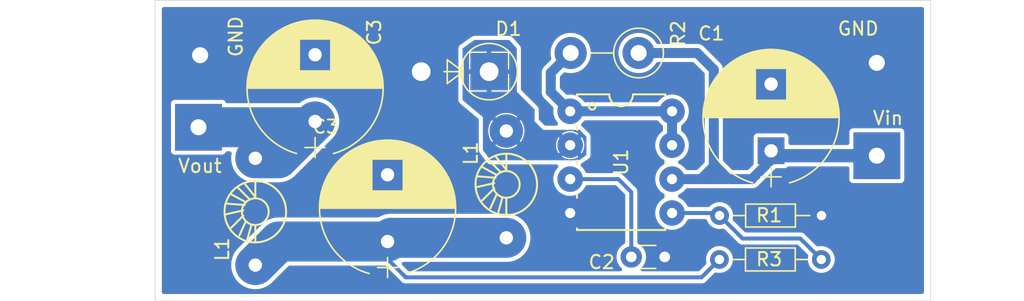
<source format=kicad_pcb>
(kicad_pcb (version 20211014) (generator pcbnew)
  (layers (0 "F.Cu" signal) (31 "B.Cu" signal) (34 "B.Paste" user) (35 "F.Paste" user) (36 "B.SilkS" user "B.Silkscreen") (37 "F.SilkS" user "F.Silkscreen") (38 "B.Mask" user) (39 "F.Mask" user) (44 "Edge.Cuts" user))
  (net 0 "")
  (net 1 "GNDREF")
  (net 2 "VCC")
  (net 3 "Net-(C2-Pad1)")
  (net 4 "Vout1")
  (net 5 "Net-(D1-Pad1)")
  (net 6 "Net-(R1-Pad1)")
  (net 7 "Net-(R2-Pad2)")
  (footprint "Capacitors_ThroughHole:CP_Radial_D10.0mm_P5.00mm" (layer "F.Cu") (at 165.06444 57.7723 90)
    (fp_text reference "C1" (at 8.78586 -4.46786 180) (layer "F.SilkS"))
    (fp_text value "100uF25v")
    (pad "1" thru_hole rect locked (at 0 0 90) (size 2 2) (drill 1) (layers *.Cu *.Mask) (net 2 "VCC"))
    (pad "2" thru_hole circle locked (at 5 0 90) (size 2 2) (drill 1) (layers *.Cu *.Mask) (net 1 "GNDREF"))
  )
  (footprint "Capacitors_ThroughHole:C_Disc_D3.0mm_W1.6mm_P2.50mm" (layer "F.Cu") (at 154.6098 65.7225)
    (fp_text reference "C2" (at -2.21488 0.39116) (layer "F.SilkS"))
    (fp_text value "470pF")
    (pad "1" thru_hole circle locked (at 0 0) (size 1.6 1.6) (drill 0.8) (layers *.Cu *.Mask) (net 3 "Net-(C2-Pad1)"))
    (pad "2" thru_hole circle locked (at 2.5 0) (size 1.6 1.6) (drill 0.8) (layers *.Cu *.Mask) (net 1 "GNDREF"))
  )
  (footprint "Capacitors_ThroughHole:CP_Radial_D10.0mm_P5.00mm" (layer "F.Cu") (at 136.38276 64.5668 90)
    (fp_text reference "C3" (at 8.5979 -4.6228) (layer "F.SilkS"))
    (fp_text value "470uF25v")
    (pad "1" thru_hole rect locked (at 0 0 90) (size 2 2) (drill 1) (layers *.Cu *.Mask) (net 4 "Vout1"))
    (pad "2" thru_hole circle locked (at 5 0 90) (size 2 2) (drill 1) (layers *.Cu *.Mask) (net 1 "GNDREF"))
  )
  (footprint "Resistors_ThroughHole:R_Axial_DIN0204_L3.6mm_D1.6mm_P7.62mm_Horizontal" (layer "F.Cu") (at 161.2138 62.6237)
    (fp_text reference "R1" (at 3.70332 -0.01778) (layer "F.SilkS"))
    (fp_text value "1.2K")
    (pad "1" thru_hole circle locked (at 0 0) (size 1.4 1.4) (drill 0.7) (layers *.Cu *.Mask) (net 6 "Net-(R1-Pad1)"))
    (pad "2" thru_hole oval locked (at 7.62 0) (size 1.4 1.4) (drill 0.7) (layers *.Cu *.Mask) (net 1 "GNDREF"))
  )
  (footprint "Resistors_ThroughHole:R_Axial_DIN0204_L3.6mm_D1.6mm_P7.62mm_Horizontal" (layer "F.Cu") (at 168.8211 65.913 180)
    (fp_text reference "R3" (at 3.90398 0.0127 180) (layer "F.SilkS"))
    (fp_text value "3.6K")
    (pad "1" thru_hole circle locked (at 0 0 180) (size 1.4 1.4) (drill 0.7) (layers *.Cu *.Mask) (net 6 "Net-(R1-Pad1)"))
    (pad "2" thru_hole oval locked (at 7.62 0 180) (size 1.4 1.4) (drill 0.7) (layers *.Cu *.Mask) (net 4 "Vout1"))
  )
  (footprint "Power_Integrations:PDIP-8" (layer "F.Cu") (at 153.8478 58.6232 -90)
    (fp_text reference "U1" (at 0 0 90) (layer "F.SilkS"))
    (fp_text value "MC34063AP")
    (pad "1" thru_hole circle locked (at -3.81 3.81 270) (size 1.905 1.905) (drill 0.762) (layers *.Cu *.Mask) (net 7 "Net-(R2-Pad2)"))
    (pad "2" thru_hole circle locked (at -1.27 3.81 270) (size 1.905 1.905) (drill 0.762) (layers *.Cu *.Mask) (net 5 "Net-(D1-Pad1)"))
    (pad "3" thru_hole circle locked (at 1.27 3.81 270) (size 1.905 1.905) (drill 0.762) (layers *.Cu *.Mask) (net 3 "Net-(C2-Pad1)"))
    (pad "4" thru_hole circle locked (at 3.81 3.81 270) (size 1.905 1.905) (drill 0.762) (layers *.Cu *.Mask) (net 1 "GNDREF"))
    (pad "5" thru_hole circle locked (at 3.81 -3.81 270) (size 1.905 1.905) (drill 0.762) (layers *.Cu *.Mask) (net 6 "Net-(R1-Pad1)"))
    (pad "6" thru_hole circle locked (at 1.27 -3.81 270) (size 1.905 1.905) (drill 0.762) (layers *.Cu *.Mask) (net 2 "VCC"))
    (pad "7" thru_hole circle locked (at -1.27 -3.81 270) (size 1.905 1.905) (drill 0.762) (layers *.Cu *.Mask) (net 7 "Net-(R2-Pad2)"))
    (pad "8" thru_hole circle locked (at -3.81 -3.81 270) (size 1.905 1.905) (drill 0.762) (layers *.Cu *.Mask) (net 7 "Net-(R2-Pad2)"))
  )
  (footprint "Choke_Toroid_ThroughHole:Choke_Toroid_horizontal_Diameter4-5mm_Amidon-T16" (layer "F.Cu") (at 145.2626 60.28944 -90)
    (fp_text reference "L1" (at -2.32918 2.65684 90) (layer "F.SilkS"))
    (fp_text value "150uH")
    (pad "1" thru_hole circle locked (at -4.0005 0 270) (size 2.49936 2.49936) (drill 1.00076) (layers *.Cu *.Mask) (net 5 "Net-(D1-Pad1)"))
    (pad "2" thru_hole circle locked (at 4.0005 0 270) (size 2.49936 2.49936) (drill 1.00076) (layers *.Cu *.Mask) (net 4 "Vout1"))
  )
  (footprint "Diodes_ThroughHole:D_5W_P5.08mm_Vertical_AnodeUp" (layer "F.Cu") (at 143.97736 51.8414 180)
    (fp_text reference "D1" (at -1.4478 3.2004) (layer "F.SilkS"))
    (fp_text value "1N5819")
    (pad "1" thru_hole rect locked (at 0 0 180) (size 2.8 2.8) (drill 1.4) (layers *.Cu *.Mask) (net 5 "Net-(D1-Pad1)"))
    (pad "2" thru_hole oval locked (at 5.08 0 180) (size 2.8 2.8) (drill 1.4) (layers *.Cu *.Mask) (net 1 "GNDREF"))
  )
  (footprint "Resistors_ThroughHole:R_Axial_DIN0411_L9.9mm_D3.6mm_P5.08mm_Vertical" (layer "F.Cu") (at 155.1559 50.4444 180)
    (fp_text reference "R2" (at -2.95402 1.45796 270) (layer "F.SilkS"))
    (fp_text value "0R2 1/2W")
    (pad "1" thru_hole circle locked (at 0 0 180) (size 2.4 2.4) (drill 1.2) (layers *.Cu *.Mask) (net 2 "VCC"))
    (pad "2" thru_hole oval locked (at 5.08 0 180) (size 2.4 2.4) (drill 1.2) (layers *.Cu *.Mask) (net 7 "Net-(R2-Pad2)"))
  )
  (footprint "Wire_Pads:SolderWirePad_single_1-2mmDrill" (layer "F.Cu") (at 122.3645 50.6095)
    (fp_text reference "GND" (at 2.667 -1.397 270) (layer "F.SilkS"))
    (fp_text value "SolderWirePad_single_1-2mmDrill")
    (pad "1" thru_hole circle locked (at 0 0) (size 3.50012 3.50012) (drill 1.19888) (layers *.Cu *.Mask) (net 1 "GNDREF"))
  )
  (footprint "Wire_Pads:SolderWirePad_single_1-2mmDrill" (layer "F.Cu") (at 122.2375 56.007)
    (fp_text reference "Vout" (at 0.11176 2.90068) (layer "F.SilkS"))
    (fp_text value "SolderWirePad_single_1-2mmDrill")
    (pad "1" thru_hole rect locked (at 0 0) (size 3.50012 3.50012) (drill 1.19888) (layers *.Cu *.Mask))
  )
  (footprint "Wire_Pads:SolderWirePad_single_1-2mmDrill" (layer "F.Cu") (at 172.97146 58.13806)
    (fp_text reference "Vin" (at 0.83566 -2.81686) (layer "F.SilkS"))
    (fp_text value "SolderWirePad_single_1-2mmDrill")
    (pad "1" thru_hole rect locked (at 0 0) (size 3.50012 3.50012) (drill 1.19888) (layers *.Cu *.Mask) (net 2 "VCC"))
  )
  (footprint "Wire_Pads:SolderWirePad_single_1-2mmDrill" (layer "F.Cu") (at 172.97146 51.18354)
    (fp_text reference "GND" (at -1.39192 -2.56286) (layer "F.SilkS"))
    (fp_text value "SolderWirePad_single_1-2mmDrill")
    (pad "1" thru_hole circle locked (at 0 0) (size 3.50012 3.50012) (drill 1.19888) (layers *.Cu *.Mask) (net 1 "GNDREF"))
  )
  (footprint "Choke_Toroid_ThroughHole:Choke_Toroid_horizontal_Diameter4-5mm_Amidon-T16" (layer "F.Cu") (at 126.492 62.3316 -90)
    (fp_text reference "L1" (at 2.8194 2.4765 90) (layer "F.SilkS"))
    (fp_text value "150uH")
    (pad "1" thru_hole circle locked (at -4.0005 0 270) (size 2.49936 2.49936) (drill 1.00076) (layers *.Cu *.Mask))
    (pad "2" thru_hole circle locked (at 4.0005 0 270) (size 2.49936 2.49936) (drill 1.00076) (layers *.Cu *.Mask) (net 4 "Vout1"))
  )
  (footprint "Capacitors_ThroughHole:CP_Radial_D10.0mm_P5.00mm" (layer "F.Cu") (at 130.9624 55.5752 90)
    (fp_text reference "C3" (at 6.6802 4.4196 90) (layer "F.SilkS"))
    (fp_text value "470uF25v")
    (pad "1" thru_hole rect locked (at 0 0 90) (size 2 2) (drill 1) (layers *.Cu *.Mask))
    (pad "2" thru_hole circle locked (at 5 0 90) (size 2 2) (drill 1) (layers *.Cu *.Mask) (net 1 "GNDREF"))
  )
  (gr_line (start 177 46.5) (end 177 69) (layer "Edge.Cuts") (width 0.05))
  (gr_line (start 177 69) (end 119 69) (layer "Edge.Cuts") (width 0.05))
  (gr_line (start 119 69) (end 119 46.5) (layer "Edge.Cuts") (width 0.05))
  (gr_line (start 119 46.5) (end 177 46.5) (layer "Edge.Cuts") (width 0.05))
  (segment (start 126.492 58.3311) (end 128.2065 58.3311) (width 3) (layer "B.Cu") (net 0))
  (segment (start 128.2065 58.3311) (end 130.9624 55.5752) (width 3) (layer "B.Cu") (net 0))
  (segment (start 122.2375 56.007) (end 130.5306 56.007) (width 3) (layer "B.Cu") (net 0))
  (segment (start 130.5306 56.007) (end 130.9624 55.5752) (width 3) (layer "B.Cu") (net 0))
  (segment (start 160.782 59.8424) (end 160.8328 59.8932) (width 0.75) (layer "B.Cu") (net 2))
  (segment (start 161.8742 59.8932) (end 160.8328 59.8932) (width 0.75) (layer "B.Cu") (net 2))
  (segment (start 165.4302 58.13806) (end 165.06444 57.7723) (width 1) (layer "B.Cu") (net 2))
  (segment (start 160.782 58.928) (end 160.909 58.928) (width 0.75) (layer "B.Cu") (net 2))
  (segment (start 159.8168 59.8932) (end 157.6578 59.8932) (width 0.75) (layer "B.Cu") (net 2))
  (segment (start 160.8328 59.8932) (end 159.8168 59.8932) (width 0.75) (layer "B.Cu") (net 2))
  (segment (start 159.5374 50.4444) (end 160.782 51.689) (width 0.75) (layer "B.Cu") (net 2))
  (segment (start 172.97146 58.13806) (end 165.4302 58.13806) (width 1) (layer "B.Cu") (net 2))
  (segment (start 159.8168 59.8932) (end 160.782 58.928) (width 0.75) (layer "B.Cu") (net 2))
  (segment (start 163.6268 59.8932) (end 161.8742 59.8932) (width 0.75) (layer "B.Cu") (net 2))
  (segment (start 160.782 51.689) (end 160.782 58.928) (width 0.75) (layer "B.Cu") (net 2))
  (segment (start 155.1559 50.4444) (end 159.5374 50.4444) (width 0.75) (layer "B.Cu") (net 2))
  (segment (start 165.06444 58.45556) (end 163.6268 59.8932) (width 0.75) (layer "B.Cu") (net 2))
  (segment (start 160.909 58.928) (end 161.8742 59.8932) (width 0.75) (layer "B.Cu") (net 2))
  (segment (start 165.06444 57.7723) (end 165.06444 58.45556) (width 0.75) (layer "B.Cu") (net 2))
  (segment (start 160.782 58.928) (end 160.782 59.8424) (width 0.75) (layer "B.Cu") (net 2))
  (segment (start 154.6098 60.8598) (end 154.6098 65.7225) (width 0.3) (layer "B.Cu") (net 3))
  (segment (start 150.0378 59.8932) (end 153.6432 59.8932) (width 0.3) (layer "B.Cu") (net 3))
  (segment (start 153.6432 59.8932) (end 154.6098 60.8598) (width 0.3) (layer "B.Cu") (net 3))
  (segment (start 159.8641 67.25) (end 137.75 67.25) (width 0.3) (layer "B.Cu") (net 4))
  (segment (start 137.5 67) (end 136.38276 65.88276) (width 0.25) (layer "B.Cu") (net 4))
  (segment (start 136.38276 65.88276) (end 137.75 67.25) (width 0.3) (layer "B.Cu") (net 4))
  (segment (start 136.65962 64.28994) (end 136.38276 64.5668) (width 3) (layer "B.Cu") (net 4))
  (segment (start 145.2626 64.28994) (end 136.65962 64.28994) (width 3) (layer "B.Cu") (net 4))
  (segment (start 136.38276 64.5668) (end 128.2573 64.5668) (width 3) (layer "B.Cu") (net 4))
  (segment (start 136.38276 64.5668) (end 136.38276 65.88276) (width 0.3) (layer "B.Cu") (net 4))
  (segment (start 161.2011 65.913) (end 159.8641 67.25) (width 0.3) (layer "B.Cu") (net 4))
  (segment (start 128.2573 64.5668) (end 126.492 66.3321) (width 3) (layer "B.Cu") (net 4))
  (segment (start 137.75 67.25) (end 137.5 67) (width 0.3) (layer "B.Cu") (net 4))
  (segment (start 167.25 64.3419) (end 162.932 64.3419) (width 0.3) (layer "B.Cu") (net 6))
  (segment (start 168.8211 65.913) (end 167.25 64.3419) (width 0.3) (layer "B.Cu") (net 6))
  (segment (start 157.8483 62.6237) (end 157.6578 62.4332) (width 0.25) (layer "B.Cu") (net 6))
  (segment (start 161.0233 62.4332) (end 161.2138 62.6237) (width 0.3) (layer "B.Cu") (net 6))
  (segment (start 157.6578 62.4332) (end 161.0233 62.4332) (width 0.3) (layer "B.Cu") (net 6))
  (segment (start 162.932 64.3419) (end 161.2138 62.6237) (width 0.3) (layer "B.Cu") (net 6))
  (segment (start 150.0378 54.8132) (end 157.6578 54.8132) (width 0.75) (layer "B.Cu") (net 7))
  (segment (start 157.6578 57.3532) (end 157.6578 54.8132) (width 0.75) (layer "B.Cu") (net 7))
  (segment (start 148.59 53.3654) (end 150.0378 54.8132) (width 0.75) (layer "B.Cu") (net 7))
  (segment (start 148.59 51.9303) (end 148.59 53.3654) (width 0.75) (layer "B.Cu") (net 7))
  (segment (start 150.0759 50.4444) (end 148.59 51.9303) (width 0.75) (layer "B.Cu") (net 7))
  (zone (net 1) (net_name "GNDREF") (layer "B.Cu") (connect_pads yes (clearance 0.3)) (min_thickness 0.3) (fill yes (thermal_gap 0.1) (thermal_bridge_width 0.35))
    (polygon (pts (xy 175.26 47) (xy 176.5 47) (xy 176.5 68.5) (xy 119.5 68.5) (xy 119.5 47)))
  )
  (zone (net 5) (net_name "Net-(D1-Pad1)") (layer "B.Cu") (priority 5) (connect_pads (clearance 0.2)) (min_thickness 0.075) (fill yes (thermal_gap 0.1) (thermal_bridge_width 0.35))
    (polygon (pts (xy 146.05 50.1015) (xy 146.05 53.34) (xy 147.3835 54.6735) (xy 147.3835 55.5625) (xy 148.0185 56.1975) (xy 150.749 56.1975) (xy 151.257 56.7055) (xy 151.257 58.1025) (xy 150.6855 58.4835) (xy 144.0815 58.4835) (xy 143.51 57.7215) (xy 143.51 55.245) (xy 141.986 53.975) (xy 141.986 50.1015) (xy 142.875 49.4665) (xy 145.4785 49.4665)))
  )
)
</source>
